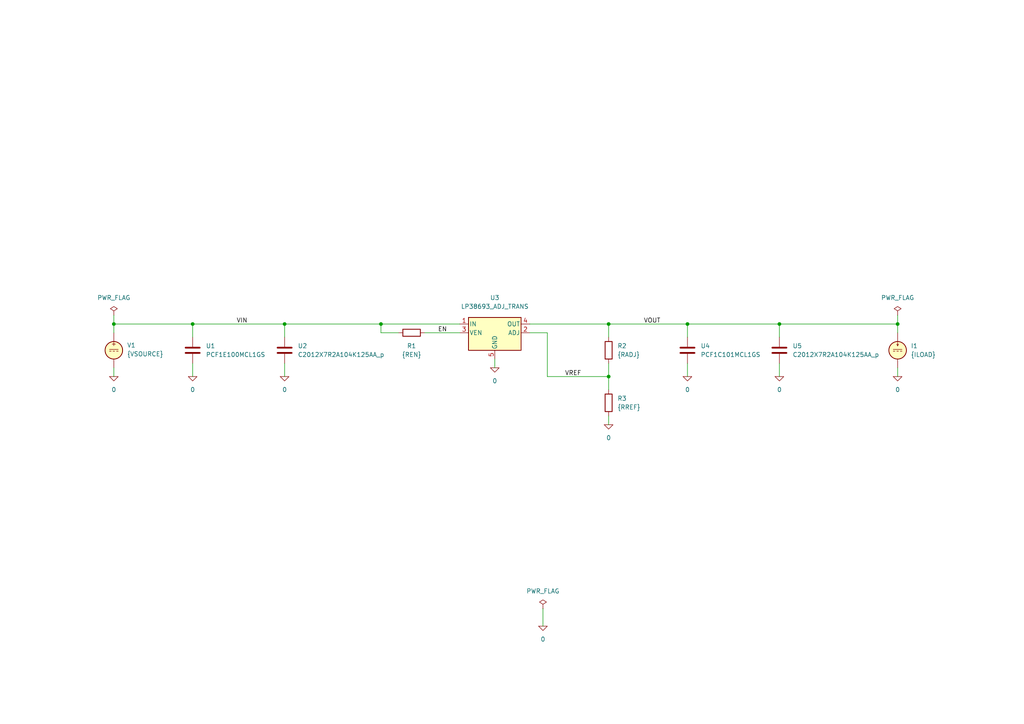
<source format=kicad_sch>
(kicad_sch (version 20211123) (generator eeschema)
  (paper "A4")
  (title_block (title "500mA/10V adjustable low-dropout voltage regulator") (date "2022-11-05") (rev "V1R1") (company "astroelectronic@") (comment 1 "PCB: Not avaliable") (comment 2 "Simulator: LTSpice") (comment 3 "Part: LP38693-ADJ") (comment 4 "Description: Basic configuration"))
  (lib_symbols
    (symbol "AE01005166:LP38693_ADJ_TRANS" (pin_names (offset 0.254))
      (property "Reference" "U" (at -6.35 5.715 0))
      (property "Value" "LP38693_ADJ_TRANS" (at 0 5.715 0))
      (symbol "LP38693_ADJ_TRANS_0_1"
        (rectangle (start -7.62 -5.08) (end 7.62 4.445) (stroke (width 0.254)) (fill (type background)))
      )
      (symbol "LP38693_ADJ_TRANS_1_1"
        (pin passive line (at -10.16 2.54 0) (length 2.54) (name "IN") (number "1"))
        (pin passive line (at 10.16 0 180) (length 2.54) (name "ADJ") (number "2"))
        (pin passive line (at -10.16 0 0) (length 2.54) (name "VEN") (number "3"))
        (pin passive line (at 10.16 2.54 180) (length 2.54) (name "OUT") (number "4"))
        (pin passive line (at 0 -7.62 90) (length 2.54) (name "GND") (number "5"))
      )
    )
    (symbol "Device:C" (pin_numbers hide) (pin_names (offset 0.254))
      (property "Reference" "C" (at 0.635 2.54 0))
      (property "Value" "C" (at 0.635 -2.54 0))
      (symbol "C_0_1"
        (polyline (pts (xy -2.032 -0.762) (xy 2.032 -0.762)) (stroke (width 0.508)))
        (polyline (pts (xy -2.032 0.762) (xy 2.032 0.762)) (stroke (width 0.508)))
      )
      (symbol "C_1_1"
        (pin passive line (at 0 3.81 270) (length 2.794) (name "~") (number "1"))
        (pin passive line (at 0 -3.81 90) (length 2.794) (name "~") (number "2"))
      )
    )
    (symbol "Device:R" (pin_numbers hide) (pin_names (offset 0))
      (property "Reference" "R" (at 2.032 0 90))
      (property "Value" "R" (at 0 0 90))
      (symbol "R_0_1"
        (rectangle (start -1.016 -2.54) (end 1.016 2.54) (stroke (width 0.254)))
      )
      (symbol "R_1_1"
        (pin passive line (at 0 3.81 270) (length 1.27) (name "~") (number "1"))
        (pin passive line (at 0 -3.81 90) (length 1.27) (name "~") (number "2"))
      )
    )
    (symbol "Simulation_SPICE:IDC" (pin_numbers hide) (pin_names (offset 0.0254))
      (property "Reference" "I" (at 2.54 2.54 0))
      (property "Value" "IDC" (at 2.54 0 0))
      (property "Spice_Model" "dc(1)" (at 2.54 -2.54 0))
      (symbol "IDC_0_0"
        (polyline (pts (xy -1.27 0.254) (xy 1.27 0.254)))
        (polyline (pts (xy -0.762 -0.254) (xy -1.27 -0.254)))
        (polyline (pts (xy 0.254 -0.254) (xy -0.254 -0.254)))
        (polyline (pts (xy 1.27 -0.254) (xy 0.762 -0.254)))
      )
      (symbol "IDC_0_1"
        (polyline (pts (xy 0 1.27) (xy 0 2.286)))
        (polyline (pts (xy -0.254 1.778) (xy 0 1.27) (xy 0.254 1.778)))
        (circle (center 0 0) (radius 2.54) (stroke (width 0.254)) (fill (type background)))
      )
      (symbol "IDC_1_1"
        (pin passive line (at 0 5.08 270) (length 2.54) (name "~") (number "1"))
        (pin passive line (at 0 -5.08 90) (length 2.54) (name "~") (number "2"))
      )
    )
    (symbol "Simulation_SPICE:VDC" (pin_numbers hide) (pin_names (offset 0.0254))
      (property "Reference" "V" (at 2.54 2.54 0))
      (property "Value" "VDC" (at 2.54 0 0))
      (property "Spice_Model" "dc(1)" (at 2.54 -2.54 0))
      (symbol "VDC_0_0"
        (polyline (pts (xy -1.27 0.254) (xy 1.27 0.254)))
        (polyline (pts (xy -0.762 -0.254) (xy -1.27 -0.254)))
        (polyline (pts (xy 0.254 -0.254) (xy -0.254 -0.254)))
        (polyline (pts (xy 1.27 -0.254) (xy 0.762 -0.254)))
        (text "+" (at 0 1.905 0) (effects (font (size 1.27 1.27))))
      )
      (symbol "VDC_0_1"
        (circle (center 0 0) (radius 2.54) (stroke (width 0.254)) (fill (type background)))
      )
      (symbol "VDC_1_1"
        (pin passive line (at 0 5.08 270) (length 2.54) (name "~") (number "1"))
        (pin passive line (at 0 -5.08 90) (length 2.54) (name "~") (number "2"))
      )
    )
    (symbol "power:PWR_FLAG" (power) (pin_numbers hide) (pin_names (offset 0) hide)
      (property "Value" "PWR_FLAG" (at 0 3.81 0))
      (symbol "PWR_FLAG_0_0"
        (pin power_out line (at 0 0 90) (length 0) (name "pwr") (number "1"))
      )
      (symbol "PWR_FLAG_0_1"
        (polyline (pts (xy 0 0) (xy 0 1.27) (xy -1.016 1.905) (xy 0 2.54) (xy 1.016 1.905) (xy 0 1.27)))
      )
    )
    (symbol "pspice:0" (power) (pin_names (offset 0))
      (property "Value" "0" (at 0 -1.778 0))
      (symbol "0_0_1"
        (polyline (pts (xy -1.27 0) (xy 0 -1.27) (xy 1.27 0) (xy -1.27 0)))
      )
      (symbol "0_1_1"
        (pin power_in line (at 0 0 0) (length 0) hide (name "0") (number "1"))
      )
    )
  )
  (junction (at 33.02 93.98))
  (junction (at 82.55 93.98))
  (junction (at 55.88 93.98))
  (junction (at 199.39 93.98))
  (junction (at 260.35 93.98))
  (junction (at 226.06 93.98))
  (junction (at 176.53 109.22))
  (junction (at 176.53 93.98))
  (junction (at 110.49 93.98))
  (wire (pts (xy 82.55 93.98) (xy 110.49 93.98)))
  (wire (pts (xy 199.39 93.98) (xy 199.39 97.79)))
  (wire (pts (xy 199.39 105.41) (xy 199.39 109.22)))
  (wire (pts (xy 199.39 93.98) (xy 226.06 93.98)))
  (wire (pts (xy 82.55 105.41) (xy 82.55 109.22)))
  (wire (pts (xy 260.35 91.44) (xy 260.35 93.98)))
  (wire (pts (xy 33.02 91.44) (xy 33.02 93.98)))
  (wire (pts (xy 226.06 105.41) (xy 226.06 109.22)))
  (wire (pts (xy 176.53 109.22) (xy 176.53 113.03)))
  (wire (pts (xy 143.51 104.14) (xy 143.51 106.68)))
  (wire (pts (xy 153.67 96.52) (xy 158.75 96.52)))
  (wire (pts (xy 55.88 93.98) (xy 55.88 97.79)))
  (wire (pts (xy 176.53 120.65) (xy 176.53 123.19)))
  (wire (pts (xy 55.88 93.98) (xy 33.02 93.98)))
  (wire (pts (xy 82.55 93.98) (xy 82.55 97.79)))
  (wire (pts (xy 110.49 93.98) (xy 110.49 96.52)))
  (wire (pts (xy 33.02 106.68) (xy 33.02 109.22)))
  (wire (pts (xy 260.35 106.68) (xy 260.35 109.22)))
  (wire (pts (xy 33.02 93.98) (xy 33.02 96.52)))
  (wire (pts (xy 55.88 105.41) (xy 55.88 109.22)))
  (wire (pts (xy 110.49 96.52) (xy 115.57 96.52)))
  (wire (pts (xy 157.48 176.53) (xy 157.48 181.61)))
  (wire (pts (xy 158.75 109.22) (xy 176.53 109.22)))
  (wire (pts (xy 176.53 93.98) (xy 153.67 93.98)))
  (wire (pts (xy 199.39 93.98) (xy 176.53 93.98)))
  (wire (pts (xy 133.35 93.98) (xy 110.49 93.98)))
  (wire (pts (xy 226.06 93.98) (xy 260.35 93.98)))
  (wire (pts (xy 226.06 93.98) (xy 226.06 97.79)))
  (wire (pts (xy 176.53 105.41) (xy 176.53 109.22)))
  (wire (pts (xy 176.53 93.98) (xy 176.53 97.79)))
  (wire (pts (xy 158.75 96.52) (xy 158.75 109.22)))
  (wire (pts (xy 55.88 93.98) (xy 82.55 93.98)))
  (wire (pts (xy 260.35 93.98) (xy 260.35 96.52)))
  (wire (pts (xy 123.19 96.52) (xy 133.35 96.52)))
  (label "VOUT" (at 186.69 93.98 0))
  (label "EN" (at 127 96.52 0))
  (label "VIN" (at 68.58 93.98 0))
  (label "VREF" (at 163.83 109.22 0))
  (symbol (lib_id "Simulation_SPICE:VDC") (at 33.02 101.6 0) (unit 1)
    (property "Reference" "V1" (at 36.83 100.1401 0) (effects (justify left)))
    (property "Value" "{VSOURCE}" (at 36.83 102.6801 0) (effects (justify left)))
    (property "Spice_Netlist_Enabled" "Y" (effects hide))
    (property "Spice_Primitive" "V" (effects hide))
  )
  (symbol (lib_id "Device:C") (at 82.55 101.6 0) (unit 1)
    (property "Reference" "U2" (at 86.36 100.3299 0) (effects (justify left)))
    (property "Value" "C2012X7R2A104K125AA_p" (at 86.36 102.8699 0) (effects (justify left)))
    (property "Spice_Primitive" "X" (effects hide))
    (property "Spice_Model" "C2012X7R2A104K125AA_p" (effects hide))
    (property "Spice_Netlist_Enabled" "Y" (effects hide))
    (property "Spice_Lib_File" "../models/C2012X7R2A104K125AA_p.mod" (effects hide))
  )
  (symbol (lib_id "Device:C") (at 226.06 101.6 0) (unit 1)
    (property "Reference" "U5" (at 229.87 100.3299 0) (effects (justify left)))
    (property "Value" "C2012X7R2A104K125AA_p" (at 229.87 102.8699 0) (effects (justify left)))
    (property "Spice_Primitive" "X" (effects hide))
    (property "Spice_Model" "C2012X7R2A104K125AA_p" (effects hide))
    (property "Spice_Netlist_Enabled" "Y" (effects hide))
    (property "Spice_Lib_File" "../models/C2012X7R2A104K125AA_p.mod" (effects hide))
  )
  (symbol (lib_id "Device:R") (at 119.38 96.52 90) (unit 1)
    (property "Reference" "R1" (at 119.38 100.33 90))
    (property "Value" "{REN}" (at 119.38 102.87 90))
  )
  (symbol (lib_id "pspice:0") (at 176.53 123.19 0) (unit 1)
    (property "Reference" "#GND06" (effects hide))
    (property "Value" "0" (at 176.53 127 0))
  )
  (symbol (lib_id "Device:C") (at 199.39 101.6 0) (unit 1)
    (property "Reference" "U4" (at 203.2 100.3299 0) (effects (justify left)))
    (property "Value" "PCF1C101MCL1GS" (at 203.2 102.8699 0) (effects (justify left)))
    (property "Spice_Primitive" "X" (effects hide))
    (property "Spice_Model" "PCF1C101MCL1GS" (effects hide))
    (property "Spice_Netlist_Enabled" "Y" (effects hide))
    (property "Spice_Lib_File" "../models/PCF1C101MCL1GS_v100.lib" (effects hide))
  )
  (symbol (lib_id "pspice:0") (at 82.55 109.22 0) (unit 1)
    (property "Reference" "#GND03" (effects hide))
    (property "Value" "0" (at 82.55 113.03 0))
  )
  (symbol (lib_id "AE01005166:LP38693_ADJ_TRANS") (at 143.51 96.52 0) (unit 1)
    (property "Reference" "U3" (at 143.51 86.36 0))
    (property "Value" "LP38693_ADJ_TRANS" (at 143.51 88.9 0))
    (property "Footprint" "Package_TO_SOT_SMD:SOT-223-5" (effects hide))
    (property "Datasheet" "https://www.ti.com/lit/ds/symlink/lp38693.pdf" (effects hide))
    (property "Spice_Primitive" "X" (effects hide))
    (property "Spice_Model" "LP38693_ADJ_TRANS" (effects hide))
    (property "Spice_Netlist_Enabled" "Y" (effects hide))
    (property "Spice_Lib_File" "../models/LP38693_ADJ_TRANS.lib" (effects hide))
  )
  (symbol (lib_id "pspice:0") (at 157.48 181.61 0) (unit 1)
    (property "Reference" "#GND05" (effects hide))
    (property "Value" "0" (at 157.48 185.42 0))
  )
  (symbol (lib_id "Simulation_SPICE:IDC") (at 260.35 101.6 0) (unit 1)
    (property "Reference" "I1" (at 264.16 100.3299 0) (effects (justify left)))
    (property "Value" "{ILOAD}" (at 264.16 102.8699 0) (effects (justify left)))
    (property "Spice_Netlist_Enabled" "Y" (effects hide))
    (property "Spice_Primitive" "I" (effects hide))
  )
  (symbol (lib_id "pspice:0") (at 260.35 109.22 0) (unit 1)
    (property "Reference" "#GND09" (effects hide))
    (property "Value" "0" (at 260.35 113.03 0))
  )
  (symbol (lib_id "pspice:0") (at 33.02 109.22 0) (unit 1)
    (property "Reference" "#GND01" (effects hide))
    (property "Value" "0" (at 33.02 113.03 0))
  )
  (symbol (lib_id "Device:R") (at 176.53 116.84 0) (unit 1)
    (property "Reference" "R3" (at 179.07 115.5699 0) (effects (justify left)))
    (property "Value" "{RREF}" (at 179.07 118.1099 0) (effects (justify left)))
  )
  (symbol (lib_id "pspice:0") (at 199.39 109.22 0) (unit 1)
    (property "Reference" "#GND07" (effects hide))
    (property "Value" "0" (at 199.39 113.03 0))
  )
  (symbol (lib_id "pspice:0") (at 143.51 106.68 0) (unit 1)
    (property "Reference" "#GND04" (effects hide))
    (property "Value" "0" (at 143.51 110.49 0))
  )
  (symbol (lib_id "pspice:0") (at 226.06 109.22 0) (unit 1)
    (property "Reference" "#GND08" (effects hide))
    (property "Value" "0" (at 226.06 113.03 0))
  )
  (symbol (lib_id "power:PWR_FLAG") (at 157.48 176.53 0) (unit 1)
    (property "Reference" "#FLG02" (effects hide))
    (property "Value" "PWR_FLAG" (at 157.48 171.45 0))
  )
  (symbol (lib_id "Device:C") (at 55.88 101.6 0) (unit 1)
    (property "Reference" "U1" (at 59.69 100.3299 0) (effects (justify left)))
    (property "Value" "PCF1E100MCL1GS" (at 59.69 102.8699 0) (effects (justify left)))
    (property "Spice_Primitive" "X" (effects hide))
    (property "Spice_Model" "PCF1E100MCL1GS" (effects hide))
    (property "Spice_Netlist_Enabled" "Y" (effects hide))
    (property "Spice_Lib_File" "../models/PCF1E100MCL1GS_v100.lib" (effects hide))
  )
  (symbol (lib_id "power:PWR_FLAG") (at 260.35 91.44 0) (unit 1)
    (property "Reference" "#FLG03" (effects hide))
    (property "Value" "PWR_FLAG" (at 260.35 86.36 0))
  )
  (symbol (lib_id "Device:R") (at 176.53 101.6 0) (unit 1)
    (property "Reference" "R2" (at 179.07 100.3299 0) (effects (justify left)))
    (property "Value" "{RADJ}" (at 179.07 102.8699 0) (effects (justify left)))
  )
  (symbol (lib_id "power:PWR_FLAG") (at 33.02 91.44 0) (unit 1)
    (property "Reference" "#FLG01" (effects hide))
    (property "Value" "PWR_FLAG" (at 33.02 86.36 0))
  )
  (symbol (lib_id "pspice:0") (at 55.88 109.22 0) (unit 1)
    (property "Reference" "#GND02" (effects hide))
    (property "Value" "0" (at 55.88 113.03 0))
  )
)
</source>
